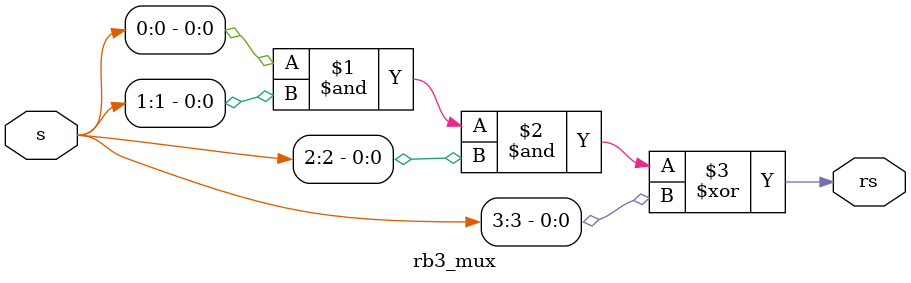
<source format=v>


// Unless required by applicable law or agreed to in writing, software
// distributed under the License is distributed on an "AS IS" BASIS,
// WITHOUT WARRANTIES OR CONDITIONS OF ANY KIND, either express or implied.
// See the License for the specific language governing permissions and
// limitations under the License.
//
//-----------------------------------------------------
// Design Name : rb3_mux
// File Name   : rb3_mux.v
// Function    : recomputing block for bit 4 of sum
// Coder       : Jucemar Monteiro
//-----------------------------------------------------
module  rb3_mux (s, rs);
	parameter n = 4;
	input  [n-1:0]s;
	output  rs;

	assign rs= (s[0] & s[1] & s[2]) ^ s[3];
endmodule 


</source>
